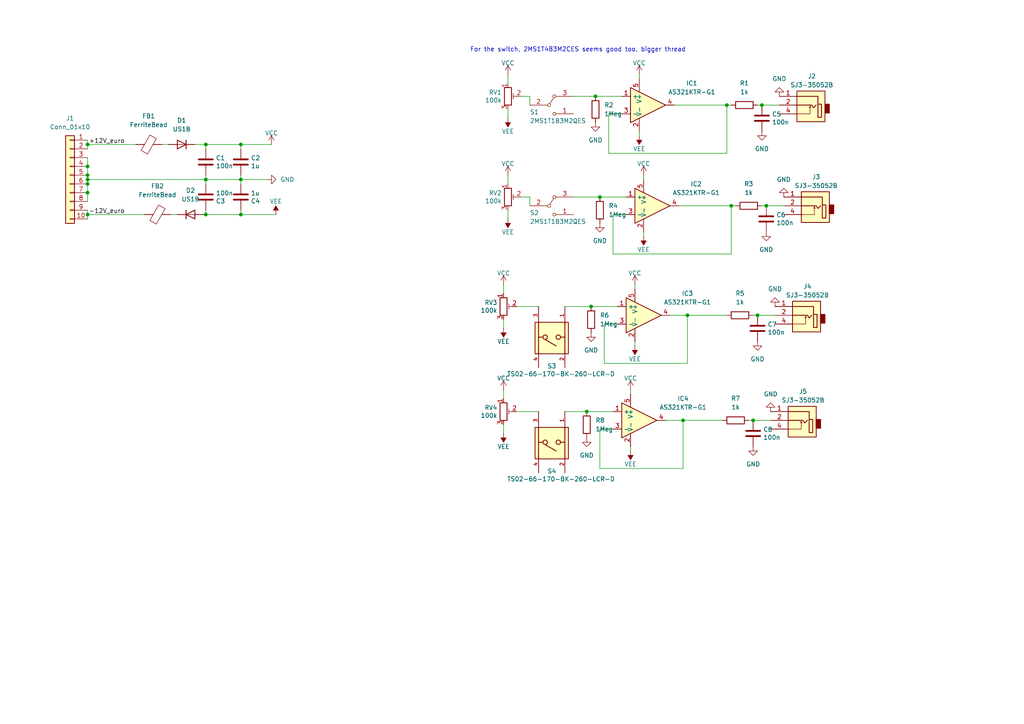
<source format=kicad_sch>
(kicad_sch (version 20231120) (generator "eeschema") (generator_version "8.0")
  (paper "A4")
  (title_block (title "lx-sw-btn") (date "2025-01-02") (rev "v0.1") (company "Lucas Bonvin"))
  (lib_symbols
    (symbol "2MS1T1B3M2QES:2MS1T1B3M2QES"
      (property "Reference" "S" (at -0.508 7.874 0))
      (property "Value" "2MS1T1B3M2QES" (at -0.254 6.096 0))
      (symbol "2MS1T1B3M2QES_1_1"
        (polyline (pts (xy 5.842 0.508) (xy 6.858 2.032)))
        (circle (center 5.588 0) (radius 0.4399) (fill (type background)))
        (circle (center 7.112 -2.54) (radius 0.4399) (fill (type background)))
        (circle (center 7.112 2.54) (radius 0.4399) (fill (type background)))
        (pin passive line (at 12.7 -2.54 180) (length 5.08) (name "") (number "1"))
        (pin passive line (at 0 0 0) (length 5.08) (name "") (number "2"))
        (pin passive line (at 12.7 2.54 180) (length 5.08) (name "") (number "3"))
      )
    )
    (symbol "AS321KTR-G1:AS321KTR-G1"
      (property "Reference" "IC" (at 5.08 6.604 0))
      (property "Value" "AS321KTR-G1" (at 5.08 4.064 0))
      (symbol "AS321KTR-G1_0_1"
        (polyline (pts (xy 7.62 0) (xy -2.54 5.08) (xy -2.54 -5.08) (xy 7.62 0)) (stroke (width 0.254)) (fill (type background)))
      )
      (symbol "AS321KTR-G1_1_1"
        (pin input line (at -5.08 2.54 0) (length 2.54) (name "+") (number "1"))
        (pin power_in line (at 0 -7.62 90) (length 3.81) (name "V-") (number "2"))
        (pin input line (at -5.08 -2.54 0) (length 2.54) (name "-") (number "3"))
        (pin output line (at 10.16 0 180) (length 2.54) (name "~") (number "4"))
        (pin power_in line (at 0 7.62 270) (length 3.81) (name "V+") (number "5"))
      )
    )
    (symbol "Connector_Generic:Conn_01x10" (pin_names (offset 1.016) hide)
      (property "Reference" "J" (at 0 12.7 0))
      (property "Value" "Conn_01x10" (at 0 -15.24 0))
      (symbol "Conn_01x10_1_1"
        (rectangle (start -1.27 -12.573) (end 0 -12.827) (stroke (width 0.1524)))
        (rectangle (start -1.27 -10.033) (end 0 -10.287) (stroke (width 0.1524)))
        (rectangle (start -1.27 -7.493) (end 0 -7.747) (stroke (width 0.1524)))
        (rectangle (start -1.27 -4.953) (end 0 -5.207) (stroke (width 0.1524)))
        (rectangle (start -1.27 -2.413) (end 0 -2.667) (stroke (width 0.1524)))
        (rectangle (start -1.27 0.127) (end 0 -0.127) (stroke (width 0.1524)))
        (rectangle (start -1.27 2.667) (end 0 2.413) (stroke (width 0.1524)))
        (rectangle (start -1.27 5.207) (end 0 4.953) (stroke (width 0.1524)))
        (rectangle (start -1.27 7.747) (end 0 7.493) (stroke (width 0.1524)))
        (rectangle (start -1.27 10.287) (end 0 10.033) (stroke (width 0.1524)))
        (rectangle (start -1.27 11.43) (end 1.27 -13.97) (stroke (width 0.254)) (fill (type background)))
        (pin passive line (at -5.08 10.16 0) (length 3.81) (name "Pin_1") (number "1"))
        (pin passive line (at -5.08 -12.7 0) (length 3.81) (name "Pin_10") (number "10"))
        (pin passive line (at -5.08 7.62 0) (length 3.81) (name "Pin_2") (number "2"))
        (pin passive line (at -5.08 5.08 0) (length 3.81) (name "Pin_3") (number "3"))
        (pin passive line (at -5.08 2.54 0) (length 3.81) (name "Pin_4") (number "4"))
        (pin passive line (at -5.08 0 0) (length 3.81) (name "Pin_5") (number "5"))
        (pin passive line (at -5.08 -2.54 0) (length 3.81) (name "Pin_6") (number "6"))
        (pin passive line (at -5.08 -5.08 0) (length 3.81) (name "Pin_7") (number "7"))
        (pin passive line (at -5.08 -7.62 0) (length 3.81) (name "Pin_8") (number "8"))
        (pin passive line (at -5.08 -10.16 0) (length 3.81) (name "Pin_9") (number "9"))
      )
    )
    (symbol "Device:C" (pin_numbers hide) (pin_names (offset 0.254))
      (property "Reference" "C" (at 0.635 2.54 0))
      (property "Value" "C" (at 0.635 -2.54 0))
      (symbol "C_0_1"
        (polyline (pts (xy -2.032 -0.762) (xy 2.032 -0.762)) (stroke (width 0.508)))
        (polyline (pts (xy -2.032 0.762) (xy 2.032 0.762)) (stroke (width 0.508)))
      )
      (symbol "C_1_1"
        (pin passive line (at 0 3.81 270) (length 2.794) (name "~") (number "1"))
        (pin passive line (at 0 -3.81 90) (length 2.794) (name "~") (number "2"))
      )
    )
    (symbol "Device:FerriteBead" (pin_numbers hide) (pin_names (offset 0))
      (property "Reference" "FB" (at -3.81 0.635 90))
      (property "Value" "FerriteBead" (at 3.81 0 90))
      (symbol "FerriteBead_0_1"
        (polyline (pts (xy 0 -1.27) (xy 0 -1.2192)))
        (polyline (pts (xy 0 1.27) (xy 0 1.2954)))
        (polyline (pts (xy -2.7686 0.4064) (xy -1.7018 2.2606) (xy 2.7686 -0.3048) (xy 1.6764 -2.159) (xy -2.7686 0.4064)))
      )
      (symbol "FerriteBead_1_1"
        (pin passive line (at 0 3.81 270) (length 2.54) (name "~") (number "1"))
        (pin passive line (at 0 -3.81 90) (length 2.54) (name "~") (number "2"))
      )
    )
    (symbol "Device:R" (pin_numbers hide) (pin_names (offset 0))
      (property "Reference" "R" (at 2.032 0 90))
      (property "Value" "R" (at 0 0 90))
      (symbol "R_0_1"
        (rectangle (start -1.016 -2.54) (end 1.016 2.54) (stroke (width 0.254)))
      )
      (symbol "R_1_1"
        (pin passive line (at 0 3.81 270) (length 1.27) (name "~") (number "1"))
        (pin passive line (at 0 -3.81 90) (length 1.27) (name "~") (number "2"))
      )
    )
    (symbol "Device:R_POT_TRIM" (pin_names (offset 1.016) hide)
      (property "Reference" "RV" (at -4.445 0 90))
      (property "Value" "R_POT_TRIM" (at -2.54 0 90))
      (symbol "R_POT_TRIM_0_1"
        (polyline (pts (xy 1.524 0.762) (xy 1.524 -0.762)))
        (polyline (pts (xy 2.54 0) (xy 1.524 0)))
        (rectangle (start 1.016 2.54) (end -1.016 -2.54) (stroke (width 0.254)))
      )
      (symbol "R_POT_TRIM_1_1"
        (pin passive line (at 0 3.81 270) (length 1.27) (name "1") (number "1"))
        (pin passive line (at 3.81 0 180) (length 1.27) (name "2") (number "2"))
        (pin passive line (at 0 -3.81 90) (length 1.27) (name "3") (number "3"))
      )
    )
    (symbol "Diode:US1B" (pin_numbers hide) (pin_names (offset 1.016) hide)
      (property "Reference" "D" (at 0 2.54 0))
      (property "Value" "US1B" (at 0 -2.54 0))
      (symbol "US1B_0_1"
        (polyline (pts (xy -1.27 1.27) (xy -1.27 -1.27)) (stroke (width 0.254)))
        (polyline (pts (xy 1.27 0) (xy -1.27 0)))
        (polyline (pts (xy 1.27 1.27) (xy 1.27 -1.27) (xy -1.27 0) (xy 1.27 1.27)) (stroke (width 0.254)))
      )
      (symbol "US1B_1_1"
        (pin passive line (at -3.81 0 0) (length 2.54) (name "K") (number "1"))
        (pin passive line (at 3.81 0 180) (length 2.54) (name "A") (number "2"))
      )
    )
    (symbol "SJ3-35052B:SJ3-35052B"
      (property "Reference" "J" (at -6.096 3.048 0))
      (property "Value" "SJ3-35052B" (at -6.096 0.508 0))
      (symbol "SJ3-35052B_0_1"
        (rectangle (start -4.318 -6.096) (end -5.588 -8.636) (stroke (width 0.254)) (fill (type outline)))
        (rectangle (start -4.318 -2.286) (end 3.81 -11.176) (stroke (width 0.254)) (fill (type background)))
        (polyline (pts (xy 0 -6.604) (xy 0.254 -7.112)))
        (polyline (pts (xy -1.778 -6.35) (xy -1.016 -7.112) (xy -0.508 -6.35) (xy 3.81 -6.35)) (stroke (width 0.254)))
        (polyline (pts (xy 4.064 -8.89) (xy 0 -8.89) (xy 0 -6.604) (xy -0.254 -7.112)))
        (polyline (pts (xy 3.81 -3.81) (xy -2.286 -3.81) (xy -2.286 -6.096) (xy -3.302 -6.096) (xy -3.302 -9.906) (xy -2.286 -9.906) (xy -2.286 -6.096)) (stroke (width 0.254)))
      )
      (symbol "SJ3-35052B_1_1"
        (pin passive line (at 8.89 -3.81 180) (length 5.08) (name "") (number "1"))
        (pin passive line (at 8.89 -6.35 180) (length 5.08) (name "") (number "2"))
        (pin passive line (at 8.89 -8.89 180) (length 5.08) (name "") (number "4"))
      )
    )
    (symbol "TS02-66-170-BK-260-LCR-D:TS02-66-170-BK-260-LCR-D" (pin_names (offset 1.016))
      (property "Reference" "S" (at -7.62 8.382 0))
      (property "Value" "TS02-66-170-BK-260-LCR-D" (at -15.24 -5.842 0))
      (symbol "TS02-66-170-BK-260-LCR-D_0_0"
        (rectangle (start -4.318 4.826) (end 4.826 -4.826) (stroke (width 0.254)) (fill (type background)))
        (circle (center 0 -1.905) (radius 0.635) (stroke (width 0.254)))
        (polyline (pts (xy 0 -3.81) (xy -4.318 -3.81)) (stroke (width 0.254)))
        (polyline (pts (xy 0 -3.81) (xy 4.826 -3.81)) (stroke (width 0.254)))
        (polyline (pts (xy 0 -2.54) (xy 0 -3.81)) (stroke (width 0.254)))
        (polyline (pts (xy 0 3.81) (xy -4.318 3.81)) (stroke (width 0.254)))
        (polyline (pts (xy 0 3.81) (xy 0 2.54)) (stroke (width 0.254)))
        (polyline (pts (xy 0 3.81) (xy 4.826 3.81)) (stroke (width 0.254)))
        (polyline (pts (xy 0.762 -1.778) (xy 2.54 1.27)) (stroke (width 0.254)))
        (circle (center 0 1.905) (radius 0.635) (stroke (width 0.254)))
        (pin passive line (at -8.89 3.81 0) (length 5.08) (name "~") (number "1"))
        (pin passive line (at 8.89 3.81 180) (length 5.08) (name "~") (number "2"))
        (pin passive line (at -8.89 -3.81 0) (length 5.08) (name "~") (number "3"))
        (pin passive line (at 8.89 -3.81 180) (length 5.08) (name "~") (number "4"))
      )
    )
    (symbol "power:GNDS" (power) (pin_names (offset 0))
      (property "Value" "GNDS" (at 0 -3.81 0))
      (symbol "GNDS_0_1"
        (polyline (pts (xy 0 0) (xy 0 -1.27) (xy 1.27 -1.27) (xy 0 -2.54) (xy -1.27 -1.27) (xy 0 -1.27)))
      )
      (symbol "GNDS_1_1"
        (pin power_in line (at 0 0 270) (length 0) hide (name "GNDS") (number "1"))
      )
    )
    (symbol "power:VCC" (power) (pin_numbers hide) (pin_names (offset 0) hide)
      (property "Value" "VCC" (at 0 3.556 0))
      (symbol "VCC_0_1"
        (polyline (pts (xy -0.762 1.27) (xy 0 2.54)))
        (polyline (pts (xy 0 0) (xy 0 2.54)))
        (polyline (pts (xy 0 2.54) (xy 0.762 1.27)))
      )
      (symbol "VCC_1_1"
        (pin power_in line (at 0 0 90) (length 0) (name "~") (number "1"))
      )
    )
    (symbol "power:VEE" (power) (pin_numbers hide) (pin_names (offset 0) hide)
      (property "Value" "VEE" (at 0 3.556 0))
      (symbol "VEE_0_1"
        (polyline (pts (xy 0 0) (xy 0 2.54)))
        (polyline (pts (xy 0.762 1.27) (xy -0.762 1.27) (xy 0 2.54) (xy 0.762 1.27)) (fill (type outline)))
      )
      (symbol "VEE_1_1"
        (pin power_in line (at 0 0 90) (length 0) (name "~") (number "1"))
      )
    )
  )
  (junction (at 25.4 62.23))
  (junction (at 25.4 55.88))
  (junction (at 25.4 41.91))
  (junction (at 170.18 119.38))
  (junction (at 171.45 88.9))
  (junction (at 25.4 50.8))
  (junction (at 25.4 48.26))
  (junction (at 219.71 91.44))
  (junction (at 212.09 59.69))
  (junction (at 220.98 30.48))
  (junction (at 59.69 62.23))
  (junction (at 25.4 52.07))
  (junction (at 198.12 121.92))
  (junction (at 222.25 59.69))
  (junction (at 173.99 57.15))
  (junction (at 25.4 53.34))
  (junction (at 69.85 41.91))
  (junction (at 59.69 41.91))
  (junction (at 59.69 52.07))
  (junction (at 172.72 27.94))
  (junction (at 218.44 121.92))
  (junction (at 210.82 30.48))
  (junction (at 69.85 62.23))
  (junction (at 199.39 91.44))
  (junction (at 69.85 52.07))
  (wire (pts (xy 49.53 62.23) (xy 51.435 62.23)))
  (wire (pts (xy 147.32 60.96) (xy 147.32 63.5)))
  (wire (pts (xy 59.69 60.96) (xy 59.69 62.23)))
  (wire (pts (xy 59.69 53.34) (xy 59.69 52.07)))
  (wire (pts (xy 209.55 121.92) (xy 198.12 121.92)))
  (wire (pts (xy 175.26 93.98) (xy 175.26 105.41)))
  (wire (pts (xy 46.99 41.91) (xy 48.895 41.91)))
  (wire (pts (xy 25.4 52.07) (xy 25.4 50.8)))
  (wire (pts (xy 181.61 57.15) (xy 173.99 57.15)))
  (wire (pts (xy 147.32 21.59) (xy 147.32 24.13)))
  (wire (pts (xy 59.69 41.91) (xy 69.85 41.91)))
  (wire (pts (xy 222.25 59.69) (xy 227.33 59.69)))
  (wire (pts (xy 69.85 62.23) (xy 80.01 62.23)))
  (wire (pts (xy 149.86 88.9) (xy 156.21 88.9)))
  (wire (pts (xy 59.69 52.07) (xy 69.85 52.07)))
  (wire (pts (xy 186.69 68.58) (xy 186.69 67.31)))
  (wire (pts (xy 177.8 62.23) (xy 181.61 62.23)))
  (wire (pts (xy 199.39 91.44) (xy 194.31 91.44)))
  (wire (pts (xy 220.98 59.69) (xy 222.25 59.69)))
  (wire (pts (xy 151.13 27.94) (xy 153.67 27.94)))
  (wire (pts (xy 186.69 50.8) (xy 186.69 52.07)))
  (wire (pts (xy 146.05 82.55) (xy 146.05 85.09)))
  (wire (pts (xy 218.44 91.44) (xy 219.71 91.44)))
  (wire (pts (xy 69.85 52.07) (xy 77.47 52.07)))
  (wire (pts (xy 163.83 88.9) (xy 171.45 88.9)))
  (wire (pts (xy 25.4 41.91) (xy 39.37 41.91)))
  (wire (pts (xy 212.09 59.69) (xy 196.85 59.69)))
  (wire (pts (xy 25.4 62.23) (xy 41.91 62.23)))
  (wire (pts (xy 153.67 27.94) (xy 153.67 30.48)))
  (wire (pts (xy 146.05 113.03) (xy 146.05 115.57)))
  (wire (pts (xy 173.99 135.89) (xy 198.12 135.89)))
  (wire (pts (xy 151.13 57.15) (xy 153.67 57.15)))
  (wire (pts (xy 59.055 62.23) (xy 59.69 62.23)))
  (wire (pts (xy 173.99 124.46) (xy 177.8 124.46)))
  (wire (pts (xy 210.82 44.45) (xy 210.82 30.48)))
  (wire (pts (xy 210.82 91.44) (xy 199.39 91.44)))
  (wire (pts (xy 212.09 73.66) (xy 212.09 59.69)))
  (wire (pts (xy 213.36 59.69) (xy 212.09 59.69)))
  (wire (pts (xy 69.85 52.07) (xy 69.85 50.8)))
  (wire (pts (xy 176.53 44.45) (xy 210.82 44.45)))
  (wire (pts (xy 25.4 41.91) (xy 25.4 40.64)))
  (wire (pts (xy 176.53 33.02) (xy 176.53 44.45)))
  (wire (pts (xy 182.88 113.03) (xy 182.88 114.3)))
  (wire (pts (xy 25.4 52.07) (xy 59.69 52.07)))
  (wire (pts (xy 198.12 135.89) (xy 198.12 121.92)))
  (wire (pts (xy 25.4 62.23) (xy 25.4 60.96)))
  (wire (pts (xy 25.4 43.18) (xy 25.4 41.91)))
  (wire (pts (xy 184.15 100.33) (xy 184.15 99.06)))
  (wire (pts (xy 25.4 63.5) (xy 25.4 62.23)))
  (wire (pts (xy 25.4 50.8) (xy 25.4 48.26)))
  (wire (pts (xy 212.09 30.48) (xy 210.82 30.48)))
  (wire (pts (xy 56.515 41.91) (xy 59.69 41.91)))
  (wire (pts (xy 176.53 33.02) (xy 180.34 33.02)))
  (wire (pts (xy 220.98 30.48) (xy 226.06 30.48)))
  (wire (pts (xy 147.32 50.8) (xy 147.32 53.34)))
  (wire (pts (xy 180.34 27.94) (xy 172.72 27.94)))
  (wire (pts (xy 25.4 53.34) (xy 25.4 52.07)))
  (wire (pts (xy 219.71 91.44) (xy 224.79 91.44)))
  (wire (pts (xy 185.42 21.59) (xy 185.42 22.86)))
  (wire (pts (xy 25.4 48.26) (xy 25.4 45.72)))
  (wire (pts (xy 59.69 62.23) (xy 69.85 62.23)))
  (wire (pts (xy 199.39 105.41) (xy 199.39 91.44)))
  (wire (pts (xy 184.15 82.55) (xy 184.15 83.82)))
  (wire (pts (xy 69.85 41.91) (xy 78.74 41.91)))
  (wire (pts (xy 153.67 57.15) (xy 153.67 59.69)))
  (wire (pts (xy 146.05 123.19) (xy 146.05 125.73)))
  (wire (pts (xy 69.85 43.18) (xy 69.85 41.91)))
  (wire (pts (xy 185.42 39.37) (xy 185.42 38.1)))
  (wire (pts (xy 59.69 43.18) (xy 59.69 41.91)))
  (wire (pts (xy 177.8 119.38) (xy 170.18 119.38)))
  (wire (pts (xy 166.37 57.15) (xy 173.99 57.15)))
  (wire (pts (xy 59.69 52.07) (xy 59.69 50.8)))
  (wire (pts (xy 217.17 121.92) (xy 218.44 121.92)))
  (wire (pts (xy 175.26 93.98) (xy 179.07 93.98)))
  (wire (pts (xy 146.05 92.71) (xy 146.05 95.25)))
  (wire (pts (xy 177.8 62.23) (xy 177.8 73.66)))
  (wire (pts (xy 149.86 119.38) (xy 156.21 119.38)))
  (wire (pts (xy 182.88 130.81) (xy 182.88 129.54)))
  (wire (pts (xy 69.85 60.96) (xy 69.85 62.23)))
  (wire (pts (xy 25.4 58.42) (xy 25.4 55.88)))
  (wire (pts (xy 166.37 27.94) (xy 172.72 27.94)))
  (wire (pts (xy 218.44 121.92) (xy 223.52 121.92)))
  (wire (pts (xy 147.32 31.75) (xy 147.32 34.29)))
  (wire (pts (xy 25.4 55.88) (xy 25.4 53.34)))
  (wire (pts (xy 177.8 73.66) (xy 212.09 73.66)))
  (wire (pts (xy 175.26 105.41) (xy 199.39 105.41)))
  (wire (pts (xy 163.83 119.38) (xy 170.18 119.38)))
  (wire (pts (xy 198.12 121.92) (xy 193.04 121.92)))
  (wire (pts (xy 173.99 124.46) (xy 173.99 135.89)))
  (wire (pts (xy 179.07 88.9) (xy 171.45 88.9)))
  (wire (pts (xy 210.82 30.48) (xy 195.58 30.48)))
  (wire (pts (xy 69.85 53.34) (xy 69.85 52.07)))
  (wire (pts (xy 219.71 30.48) (xy 220.98 30.48)))
  (text "For the switch, 2MS1T4B3M2CES seems good too, bigger thread\n" (at 167.64 14.478 0) (effects (font (size 1.27 1.27))))
  (label "-12V_euro" (at 36.195 62.23 180))
  (label "+12V_euro" (at 36.195 41.91 180))
  (symbol (lib_id "power:GNDS") (at 170.18 127 0) (mirror y) (unit 1)
    (property "Reference" "#PWR026" (effects (hide yes)))
    (property "Value" "GND" (at 170.18 132.08 0))
  )
  (symbol (lib_id "power:VEE") (at 146.05 125.73 180) (unit 1)
    (property "Reference" "#PWR025" (effects (hide yes)))
    (property "Value" "VEE" (at 146.05 129.54 0))
    (property "Description" "Power symbol creates a global label with name \"VEE\"" (effects (hide yes)))
  )
  (symbol (lib_id "power:VCC") (at 146.05 113.03 0) (unit 1)
    (property "Reference" "#PWR022" (effects (hide yes)))
    (property "Value" "VCC" (at 146.05 109.728 0))
    (property "Description" "Power symbol creates a global label with name \"VCC\"" (effects (hide yes)))
  )
  (symbol (lib_id "power:VCC") (at 147.32 50.8 0) (unit 1)
    (property "Reference" "#PWR010" (effects (hide yes)))
    (property "Value" "VCC" (at 147.32 47.498 0))
    (property "Description" "Power symbol creates a global label with name \"VCC\"" (effects (hide yes)))
  )
  (symbol (lib_id "Device:R") (at 173.99 60.96 180) (unit 1)
    (property "Reference" "R4" (at 176.53 59.6899 0) (effects (justify right)))
    (property "Value" "1Meg" (at 176.53 62.2299 0) (effects (justify right)))
    (property "Footprint" "Resistor_SMD:R_0805_2012Metric" (effects (hide yes)))
    (property "Description" "Resistor" (effects (hide yes)))
    (property "Mouser Part Number" "72-TS53YL-100K" (effects (hide yes)))
  )
  (symbol (lib_id "Device:R_POT_TRIM") (at 147.32 27.94 0) (unit 1)
    (property "Reference" "RV1" (at 145.542 26.7906 0) (effects (justify right)))
    (property "Value" "100k" (at 145.542 29.089 0) (effects (justify right)))
    (property "Footprint" "Potentiometer_SMD:Potentiometer_Vishay_TS53YL_Vertical" (effects (hide yes)))
    (property "Mouser Part Number" "72-TS53YL-100K" (effects (hide yes)))
  )
  (symbol (lib_id "AS321KTR-G1:AS321KTR-G1") (at 184.15 91.44 0) (unit 1)
    (property "Reference" "IC3" (at 199.39 85.1214 0))
    (property "Value" "AS321KTR-G1" (at 199.39 87.6614 0))
    (property "Footprint" "SOT95P282X145-5N" (effects (hide yes)))
    (property "Datasheet" "https://www.diodes.com//assets/Datasheets/AS321.pdf" (effects (hide yes)))
    (property "Description" "DiodesZetex AS321KTR-G1 Low Power Op Amp, 3  36 V, 5-Pin SOT-23" (effects (hide yes)))
    (property "Height" "1.45" (effects (hide yes)))
    (property "Mouser Part Number" "621-AS321KTR-G1" (effects (hide yes)))
    (property "Mouser Price/Stock" "https://www.mouser.co.uk/ProductDetail/Diodes-Incorporated/AS321KTR-G1?qs=FKu9oBikfSmeSjG4DQJu3A%3D%3D" (effects (hide yes)))
    (property "Manufacturer_Name" "Diodes Incorporated" (effects (hide yes)))
    (property "Manufacturer_Part_Number" "AS321KTR-G1" (effects (hide yes)))
  )
  (symbol (lib_id "Device:C") (at 59.69 46.99 0) (unit 1)
    (property "Reference" "C1" (at 62.611 45.8216 0) (effects (justify left)))
    (property "Value" "100n" (at 62.611 48.133 0) (effects (justify left)))
    (property "Footprint" "Capacitor_SMD:C_0603_1608Metric" (effects (hide yes)))
    (property "LCSC" "C14663" (effects (hide yes)))
    (property "Mouser Part Number" "581-06031C104MAT2A" (effects (hide yes)))
  )
  (symbol (lib_id "Device:C") (at 69.85 46.99 0) (unit 1)
    (property "Reference" "C2" (at 72.771 45.8216 0) (effects (justify left)))
    (property "Value" "1u" (at 72.771 48.133 0) (effects (justify left)))
    (property "Footprint" "Capacitor_SMD:C_0603_1608Metric" (effects (hide yes)))
    (property "LCSC" "C14663" (effects (hide yes)))
    (property "Mouser Part Number" "187-CL10B105KO8NNWC" (effects (hide yes)))
  )
  (symbol (lib_id "Device:R") (at 170.18 123.19 180) (unit 1)
    (property "Reference" "R8" (at 172.72 121.9199 0) (effects (justify right)))
    (property "Value" "1Meg" (at 172.72 124.4599 0) (effects (justify right)))
    (property "Footprint" "Resistor_SMD:R_0805_2012Metric" (effects (hide yes)))
    (property "Description" "Resistor" (effects (hide yes)))
    (property "Mouser Part Number" "72-TS53YL-100K" (effects (hide yes)))
  )
  (symbol (lib_id "power:VCC") (at 78.74 41.91 0) (unit 1)
    (property "Reference" "#PWR01" (effects (hide yes)))
    (property "Value" "VCC" (at 78.74 38.608 0))
    (property "Description" "Power symbol creates a global label with name \"VCC\"" (effects (hide yes)))
  )
  (symbol (lib_id "Diode:US1B") (at 52.705 41.91 180) (unit 1)
    (property "Reference" "D1" (at 52.705 34.925 0))
    (property "Value" "US1B" (at 52.705 37.465 0))
    (property "Footprint" "Diode_SMD:D_SMA" (effects (hide yes)))
    (property "Datasheet" "https://www.diodes.com/assets/Datasheets/ds16008.pdf" (effects (hide yes)))
    (property "Mouser Part Number" "637-US1B" (effects (hide yes)))
  )
  (symbol (lib_id "AS321KTR-G1:AS321KTR-G1") (at 186.69 59.69 0) (unit 1)
    (property "Reference" "IC2" (at 201.93 53.3714 0))
    (property "Value" "AS321KTR-G1" (at 201.93 55.9114 0))
    (property "Footprint" "SOT95P282X145-5N" (effects (hide yes)))
    (property "Datasheet" "https://www.diodes.com//assets/Datasheets/AS321.pdf" (effects (hide yes)))
    (property "Description" "DiodesZetex AS321KTR-G1 Low Power Op Amp, 3  36 V, 5-Pin SOT-23" (effects (hide yes)))
    (property "Height" "1.45" (effects (hide yes)))
    (property "Mouser Part Number" "621-AS321KTR-G1" (effects (hide yes)))
    (property "Mouser Price/Stock" "https://www.mouser.co.uk/ProductDetail/Diodes-Incorporated/AS321KTR-G1?qs=FKu9oBikfSmeSjG4DQJu3A%3D%3D" (effects (hide yes)))
    (property "Manufacturer_Name" "Diodes Incorporated" (effects (hide yes)))
    (property "Manufacturer_Part_Number" "AS321KTR-G1" (effects (hide yes)))
  )
  (symbol (lib_id "power:VEE") (at 182.88 130.81 180) (unit 1)
    (property "Reference" "#PWR027" (effects (hide yes)))
    (property "Value" "VEE" (at 182.88 134.62 0))
    (property "Description" "Power symbol creates a global label with name \"VEE\"" (effects (hide yes)))
  )
  (symbol (lib_id "2MS1T1B3M2QES:2MS1T1B3M2QES") (at 153.67 30.48 0) (unit 1)
    (property "Reference" "S1" (at 153.67 32.512 0) (effects (justify left)))
    (property "Value" "2MS1T1B3M2QES" (at 153.67 35.052 0) (effects (justify left)))
    (property "Footprint" "2MS1T1B3M2QES" (effects (hide yes)))
    (property "Datasheet" "https://www.mouser.it/datasheet/2/979/Dailywell_01132020_2M_Series-1708785.pdf" (effects (hide yes)))
    (property "Description" "Toggle Switches SPDT ON-ON" (effects (hide yes)))
    (property "Height" "23.63" (effects (hide yes)))
    (property "Mouser Part Number" "118-2MS1T1B3M2QES or 118-2MS1T4B3M2CES" (effects (hide yes)))
    (property "Mouser Price/Stock" "https://www.mouser.co.uk/ProductDetail/Dailywell/2MS1T1B3M2QES?qs=B6kkDfuK7%2FC8dKx8sZvGxg%3D%3D" (effects (hide yes)))
    (property "Manufacturer_Name" "Dailywell" (effects (hide yes)))
    (property "Manufacturer_Part_Number" "2MS1T1B3M2QES" (effects (hide yes)))
  )
  (symbol (lib_id "power:VEE") (at 147.32 63.5 180) (unit 1)
    (property "Reference" "#PWR013" (effects (hide yes)))
    (property "Value" "VEE" (at 147.32 67.31 0))
    (property "Description" "Power symbol creates a global label with name \"VEE\"" (effects (hide yes)))
  )
  (symbol (lib_id "Device:R_POT_TRIM") (at 146.05 119.38 0) (unit 1)
    (property "Reference" "RV4" (at 144.272 118.2306 0) (effects (justify right)))
    (property "Value" "100k" (at 144.272 120.529 0) (effects (justify right)))
    (property "Footprint" "Potentiometer_SMD:Potentiometer_Vishay_TS53YL_Vertical" (effects (hide yes)))
    (property "Mouser Part Number" "72-TS53YL-100K" (effects (hide yes)))
  )
  (symbol (lib_id "Device:R") (at 213.36 121.92 90) (unit 1)
    (property "Reference" "R7" (at 213.36 115.57 90))
    (property "Value" "1k" (at 213.36 118.11 90))
    (property "Footprint" "Resistor_SMD:R_0805_2012Metric" (effects (hide yes)))
    (property "Description" "Resistor" (effects (hide yes)))
    (property "Mouser Part Number" "RT0805FRE071KL" (effects (hide yes)))
  )
  (symbol (lib_id "power:GNDS") (at 220.98 38.1 0) (mirror y) (unit 1)
    (property "Reference" "#PWR031" (effects (hide yes)))
    (property "Value" "GND" (at 220.98 43.18 0))
  )
  (symbol (lib_id "Device:R") (at 172.72 31.75 180) (unit 1)
    (property "Reference" "R2" (at 175.26 30.4799 0) (effects (justify right)))
    (property "Value" "1Meg" (at 175.26 33.0199 0) (effects (justify right)))
    (property "Footprint" "Resistor_SMD:R_0805_2012Metric" (effects (hide yes)))
    (property "Description" "Resistor" (effects (hide yes)))
    (property "Mouser Part Number" "72-TS53YL-100K" (effects (hide yes)))
  )
  (symbol (lib_id "power:GNDS") (at 222.25 67.31 0) (mirror y) (unit 1)
    (property "Reference" "#PWR030" (effects (hide yes)))
    (property "Value" "GND" (at 222.25 72.39 0))
  )
  (symbol (lib_id "SJ3-35052B:SJ3-35052B") (at 232.41 115.57 0) (mirror y) (unit 1)
    (property "Reference" "J5" (at 232.918 113.538 0))
    (property "Value" "SJ3-35052B" (at 232.918 116.078 0))
    (property "Footprint" "SJ335052B" (effects (hide yes)))
    (property "Datasheet" "https://www.cuidevices.com/product/resource/sj3-3505x.pdf" (effects (hide yes)))
    (property "Description" "3.5 mm Stereo Jack, Through Hole, 2 Conductors, 1 Internal Switches" (effects (hide yes)))
    (property "Height" "17.75" (effects (hide yes)))
    (property "Mouser Part Number" "179-SJ3-35052B" (effects (hide yes)))
    (property "Mouser Price/Stock" "https://www.mouser.co.uk/ProductDetail/CUI-Devices/SJ3-35052B?qs=IKkN%2F947nfDmh7CCP4LptQ%3D%3D" (effects (hide yes)))
    (property "Manufacturer_Name" "Same Sky" (effects (hide yes)))
    (property "Manufacturer_Part_Number" "SJ3-35052B" (effects (hide yes)))
  )
  (symbol (lib_id "power:GNDS") (at 224.79 88.9 0) (mirror x) (unit 1)
    (property "Reference" "#PWR018" (effects (hide yes)))
    (property "Value" "GND" (at 224.79 83.82 0))
  )
  (symbol (lib_id "power:GNDS") (at 173.99 64.77 0) (mirror y) (unit 1)
    (property "Reference" "#PWR014" (effects (hide yes)))
    (property "Value" "GND" (at 173.99 69.85 0))
  )
  (symbol (lib_id "Device:C") (at 69.85 57.15 0) (mirror x) (unit 1)
    (property "Reference" "C4" (at 72.771 58.3184 0) (effects (justify left)))
    (property "Value" "1u" (at 72.771 56.007 0) (effects (justify left)))
    (property "Footprint" "Capacitor_SMD:C_0603_1608Metric" (effects (hide yes)))
    (property "LCSC" "C14663" (effects (hide yes)))
    (property "Mouser Part Number" "187-CL10B105KO8NNWC" (effects (hide yes)))
  )
  (symbol (lib_id "Device:C") (at 59.69 57.15 0) (mirror x) (unit 1)
    (property "Reference" "C3" (at 62.611 58.3184 0) (effects (justify left)))
    (property "Value" "100n" (at 62.611 56.007 0) (effects (justify left)))
    (property "Footprint" "Capacitor_SMD:C_0603_1608Metric" (effects (hide yes)))
    (property "LCSC" "C14663" (effects (hide yes)))
    (property "Mouser Part Number" "581-06031C104MAT2A" (effects (hide yes)))
  )
  (symbol (lib_id "power:VEE") (at 186.69 68.58 180) (unit 1)
    (property "Reference" "#PWR015" (effects (hide yes)))
    (property "Value" "VEE" (at 186.69 72.39 0))
    (property "Description" "Power symbol creates a global label with name \"VEE\"" (effects (hide yes)))
  )
  (symbol (lib_id "Device:R") (at 171.45 92.71 180) (unit 1)
    (property "Reference" "R6" (at 173.99 91.4399 0) (effects (justify right)))
    (property "Value" "1Meg" (at 173.99 93.9799 0) (effects (justify right)))
    (property "Footprint" "Resistor_SMD:R_0805_2012Metric" (effects (hide yes)))
    (property "Description" "Resistor" (effects (hide yes)))
    (property "Mouser Part Number" "72-TS53YL-100K" (effects (hide yes)))
  )
  (symbol (lib_id "power:VCC") (at 146.05 82.55 0) (unit 1)
    (property "Reference" "#PWR016" (effects (hide yes)))
    (property "Value" "VCC" (at 146.05 79.248 0))
    (property "Description" "Power symbol creates a global label with name \"VCC\"" (effects (hide yes)))
  )
  (symbol (lib_id "SJ3-35052B:SJ3-35052B") (at 236.22 53.34 0) (mirror y) (unit 1)
    (property "Reference" "J3" (at 236.728 51.308 0))
    (property "Value" "SJ3-35052B" (at 236.728 53.848 0))
    (property "Footprint" "SJ335052B" (effects (hide yes)))
    (property "Datasheet" "https://www.cuidevices.com/product/resource/sj3-3505x.pdf" (effects (hide yes)))
    (property "Description" "3.5 mm Stereo Jack, Through Hole, 2 Conductors, 1 Internal Switches" (effects (hide yes)))
    (property "Height" "17.75" (effects (hide yes)))
    (property "Mouser Part Number" "179-SJ3-35052B" (effects (hide yes)))
    (property "Mouser Price/Stock" "https://www.mouser.co.uk/ProductDetail/CUI-Devices/SJ3-35052B?qs=IKkN%2F947nfDmh7CCP4LptQ%3D%3D" (effects (hide yes)))
    (property "Manufacturer_Name" "Same Sky" (effects (hide yes)))
    (property "Manufacturer_Part_Number" "SJ3-35052B" (effects (hide yes)))
  )
  (symbol (lib_id "power:VCC") (at 182.88 113.03 0) (unit 1)
    (property "Reference" "#PWR023" (effects (hide yes)))
    (property "Value" "VCC" (at 182.88 109.728 0))
    (property "Description" "Power symbol creates a global label with name \"VCC\"" (effects (hide yes)))
  )
  (symbol (lib_id "Device:C") (at 220.98 34.29 0) (unit 1)
    (property "Reference" "C5" (at 223.901 33.1216 0) (effects (justify left)))
    (property "Value" "100n" (at 223.901 35.433 0) (effects (justify left)))
    (property "Footprint" "Capacitor_SMD:C_0603_1608Metric" (effects (hide yes)))
    (property "LCSC" "C14663" (effects (hide yes)))
    (property "Mouser Part Number" "581-06031C104MAT2A" (effects (hide yes)))
  )
  (symbol (lib_id "Device:R") (at 217.17 59.69 90) (unit 1)
    (property "Reference" "R3" (at 217.17 53.34 90))
    (property "Value" "1k" (at 217.17 55.88 90))
    (property "Footprint" "Resistor_SMD:R_0805_2012Metric" (effects (hide yes)))
    (property "Description" "Resistor" (effects (hide yes)))
    (property "Mouser Part Number" "RT0805FRE071KL" (effects (hide yes)))
  )
  (symbol (lib_id "power:GNDS") (at 218.44 129.54 0) (mirror y) (unit 1)
    (property "Reference" "#PWR028" (effects (hide yes)))
    (property "Value" "GND" (at 218.44 134.62 0))
  )
  (symbol (lib_id "power:GNDS") (at 223.52 119.38 0) (mirror x) (unit 1)
    (property "Reference" "#PWR024" (effects (hide yes)))
    (property "Value" "GND" (at 223.52 114.3 0))
  )
  (symbol (lib_id "Device:R") (at 215.9 30.48 90) (unit 1)
    (property "Reference" "R1" (at 215.9 24.13 90))
    (property "Value" "1k" (at 215.9 26.67 90))
    (property "Footprint" "Resistor_SMD:R_0805_2012Metric" (effects (hide yes)))
    (property "Description" "Resistor" (effects (hide yes)))
    (property "Mouser Part Number" "RT0805FRE071KL" (effects (hide yes)))
  )
  (symbol (lib_id "power:VEE") (at 184.15 100.33 180) (unit 1)
    (property "Reference" "#PWR021" (effects (hide yes)))
    (property "Value" "VEE" (at 184.15 104.14 0))
    (property "Description" "Power symbol creates a global label with name \"VEE\"" (effects (hide yes)))
  )
  (symbol (lib_id "power:VCC") (at 185.42 21.59 0) (unit 1)
    (property "Reference" "#PWR05" (effects (hide yes)))
    (property "Value" "VCC" (at 185.42 18.288 0))
    (property "Description" "Power symbol creates a global label with name \"VCC\"" (effects (hide yes)))
  )
  (symbol (lib_id "power:GNDS") (at 172.72 35.56 0) (mirror y) (unit 1)
    (property "Reference" "#PWR08" (effects (hide yes)))
    (property "Value" "GND" (at 172.72 40.64 0))
  )
  (symbol (lib_id "Device:R_POT_TRIM") (at 146.05 88.9 0) (unit 1)
    (property "Reference" "RV3" (at 144.272 87.7506 0) (effects (justify right)))
    (property "Value" "100k" (at 144.272 90.049 0) (effects (justify right)))
    (property "Footprint" "Potentiometer_SMD:Potentiometer_Vishay_TS53YL_Vertical" (effects (hide yes)))
    (property "Mouser Part Number" "72-TS53YL-100K" (effects (hide yes)))
  )
  (symbol (lib_id "SJ3-35052B:SJ3-35052B") (at 233.68 85.09 0) (mirror y) (unit 1)
    (property "Reference" "J4" (at 234.188 83.058 0))
    (property "Value" "SJ3-35052B" (at 234.188 85.598 0))
    (property "Footprint" "SJ335052B" (effects (hide yes)))
    (property "Datasheet" "https://www.cuidevices.com/product/resource/sj3-3505x.pdf" (effects (hide yes)))
    (property "Description" "3.5 mm Stereo Jack, Through Hole, 2 Conductors, 1 Internal Switches" (effects (hide yes)))
    (property "Height" "17.75" (effects (hide yes)))
    (property "Mouser Part Number" "179-SJ3-35052B" (effects (hide yes)))
    (property "Mouser Price/Stock" "https://www.mouser.co.uk/ProductDetail/CUI-Devices/SJ3-35052B?qs=IKkN%2F947nfDmh7CCP4LptQ%3D%3D" (effects (hide yes)))
    (property "Manufacturer_Name" "Same Sky" (effects (hide yes)))
    (property "Manufacturer_Part_Number" "SJ3-35052B" (effects (hide yes)))
  )
  (symbol (lib_id "power:VCC") (at 186.69 50.8 0) (unit 1)
    (property "Reference" "#PWR011" (effects (hide yes)))
    (property "Value" "VCC" (at 186.69 47.498 0))
    (property "Description" "Power symbol creates a global label with name \"VCC\"" (effects (hide yes)))
  )
  (symbol (lib_id "power:GNDS") (at 219.71 99.06 0) (mirror y) (unit 1)
    (property "Reference" "#PWR029" (effects (hide yes)))
    (property "Value" "GND" (at 219.71 104.14 0))
  )
  (symbol (lib_id "power:GNDS") (at 226.06 27.94 0) (mirror x) (unit 1)
    (property "Reference" "#PWR06" (effects (hide yes)))
    (property "Value" "GND" (at 226.06 22.86 0))
  )
  (symbol (lib_id "power:GNDS") (at 171.45 96.52 0) (mirror y) (unit 1)
    (property "Reference" "#PWR020" (effects (hide yes)))
    (property "Value" "GND" (at 171.45 101.6 0))
  )
  (symbol (lib_id "power:GNDS") (at 227.33 57.15 0) (mirror x) (unit 1)
    (property "Reference" "#PWR012" (effects (hide yes)))
    (property "Value" "GND" (at 227.33 52.07 0))
  )
  (symbol (lib_id "AS321KTR-G1:AS321KTR-G1") (at 185.42 30.48 0) (unit 1)
    (property "Reference" "IC1" (at 200.66 24.1614 0))
    (property "Value" "AS321KTR-G1" (at 200.66 26.7014 0))
    (property "Footprint" "SOT95P282X145-5N" (effects (hide yes)))
    (property "Datasheet" "https://www.diodes.com//assets/Datasheets/AS321.pdf" (effects (hide yes)))
    (property "Description" "DiodesZetex AS321KTR-G1 Low Power Op Amp, 3  36 V, 5-Pin SOT-23" (effects (hide yes)))
    (property "Height" "1.45" (effects (hide yes)))
    (property "Mouser Part Number" "621-AS321KTR-G1" (effects (hide yes)))
    (property "Mouser Price/Stock" "https://www.mouser.co.uk/ProductDetail/Diodes-Incorporated/AS321KTR-G1?qs=FKu9oBikfSmeSjG4DQJu3A%3D%3D" (effects (hide yes)))
    (property "Manufacturer_Name" "Diodes Incorporated" (effects (hide yes)))
    (property "Manufacturer_Part_Number" "AS321KTR-G1" (effects (hide yes)))
  )
  (symbol (lib_id "Device:C") (at 222.25 63.5 0) (unit 1)
    (property "Reference" "C6" (at 225.171 62.3316 0) (effects (justify left)))
    (property "Value" "100n" (at 225.171 64.643 0) (effects (justify left)))
    (property "Footprint" "Capacitor_SMD:C_0603_1608Metric" (effects (hide yes)))
    (property "LCSC" "C14663" (effects (hide yes)))
    (property "Mouser Part Number" "581-06031C104MAT2A" (effects (hide yes)))
  )
  (symbol (lib_id "AS321KTR-G1:AS321KTR-G1") (at 182.88 121.92 0) (unit 1)
    (property "Reference" "IC4" (at 198.12 115.6014 0))
    (property "Value" "AS321KTR-G1" (at 198.12 118.1414 0))
    (property "Footprint" "SOT95P282X145-5N" (effects (hide yes)))
    (property "Datasheet" "https://www.diodes.com//assets/Datasheets/AS321.pdf" (effects (hide yes)))
    (property "Description" "DiodesZetex AS321KTR-G1 Low Power Op Amp, 3  36 V, 5-Pin SOT-23" (effects (hide yes)))
    (property "Height" "1.45" (effects (hide yes)))
    (property "Mouser Part Number" "621-AS321KTR-G1" (effects (hide yes)))
    (property "Mouser Price/Stock" "https://www.mouser.co.uk/ProductDetail/Diodes-Incorporated/AS321KTR-G1?qs=FKu9oBikfSmeSjG4DQJu3A%3D%3D" (effects (hide yes)))
    (property "Manufacturer_Name" "Diodes Incorporated" (effects (hide yes)))
    (property "Manufacturer_Part_Number" "AS321KTR-G1" (effects (hide yes)))
  )
  (symbol (lib_id "power:VCC") (at 184.15 82.55 0) (unit 1)
    (property "Reference" "#PWR017" (effects (hide yes)))
    (property "Value" "VCC" (at 184.15 79.248 0))
    (property "Description" "Power symbol creates a global label with name \"VCC\"" (effects (hide yes)))
  )
  (symbol (lib_id "2MS1T1B3M2QES:2MS1T1B3M2QES") (at 153.67 59.69 0) (unit 1)
    (property "Reference" "S2" (at 153.67 61.722 0) (effects (justify left)))
    (property "Value" "2MS1T1B3M2QES" (at 153.67 64.262 0) (effects (justify left)))
    (property "Footprint" "2MS1T1B3M2QES" (effects (hide yes)))
    (property "Datasheet" "https://www.mouser.it/datasheet/2/979/Dailywell_01132020_2M_Series-1708785.pdf" (effects (hide yes)))
    (property "Description" "Toggle Switches SPDT ON-ON" (effects (hide yes)))
    (property "Height" "23.63" (effects (hide yes)))
    (property "Mouser Part Number" "118-2MS1T1B3M2QES or 118-2MS1T4B3M2CES" (effects (hide yes)))
    (property "Mouser Price/Stock" "https://www.mouser.co.uk/ProductDetail/Dailywell/2MS1T1B3M2QES?qs=B6kkDfuK7%2FC8dKx8sZvGxg%3D%3D" (effects (hide yes)))
    (property "Manufacturer_Name" "Dailywell" (effects (hide yes)))
    (property "Manufacturer_Part_Number" "2MS1T1B3M2QES" (effects (hide yes)))
  )
  (symbol (lib_id "Device:C") (at 218.44 125.73 0) (unit 1)
    (property "Reference" "C8" (at 221.361 124.5616 0) (effects (justify left)))
    (property "Value" "100n" (at 221.361 126.873 0) (effects (justify left)))
    (property "Footprint" "Capacitor_SMD:C_0603_1608Metric" (effects (hide yes)))
    (property "LCSC" "C14663" (effects (hide yes)))
    (property "Mouser Part Number" "581-06031C104MAT2A" (effects (hide yes)))
  )
  (symbol (lib_id "power:VEE") (at 146.05 95.25 180) (unit 1)
    (property "Reference" "#PWR019" (effects (hide yes)))
    (property "Value" "VEE" (at 146.05 99.06 0))
    (property "Description" "Power symbol creates a global label with name \"VEE\"" (effects (hide yes)))
  )
  (symbol (lib_id "Diode:US1B") (at 55.245 62.23 0) (unit 1)
    (property "Reference" "D2" (at 55.245 55.245 0))
    (property "Value" "US1B" (at 55.245 57.785 0))
    (property "Footprint" "Diode_SMD:D_SMA" (effects (hide yes)))
    (property "Datasheet" "https://www.diodes.com/assets/Datasheets/ds16008.pdf" (effects (hide yes)))
    (property "Mouser Part Number" "637-US1B" (effects (hide yes)))
  )
  (symbol (lib_id "Device:R_POT_TRIM") (at 147.32 57.15 0) (unit 1)
    (property "Reference" "RV2" (at 145.542 56.0006 0) (effects (justify right)))
    (property "Value" "100k" (at 145.542 58.299 0) (effects (justify right)))
    (property "Footprint" "Potentiometer_SMD:Potentiometer_Vishay_TS53YL_Vertical" (effects (hide yes)))
    (property "Mouser Part Number" "72-TS53YL-100K" (effects (hide yes)))
  )
  (symbol (lib_id "power:VCC") (at 147.32 21.59 0) (unit 1)
    (property "Reference" "#PWR04" (effects (hide yes)))
    (property "Value" "VCC" (at 147.32 18.288 0))
    (property "Description" "Power symbol creates a global label with name \"VCC\"" (effects (hide yes)))
  )
  (symbol (lib_id "power:GNDS") (at 77.47 52.07 90) (mirror x) (unit 1)
    (property "Reference" "#PWR02" (effects (hide yes)))
    (property "Value" "GND" (at 81.28 52.0699 90) (effects (justify right)))
  )
  (symbol (lib_id "SJ3-35052B:SJ3-35052B") (at 234.95 24.13 0) (mirror y) (unit 1)
    (property "Reference" "J2" (at 235.458 22.098 0))
    (property "Value" "SJ3-35052B" (at 235.458 24.638 0))
    (property "Footprint" "SJ335052B" (effects (hide yes)))
    (property "Datasheet" "https://www.cuidevices.com/product/resource/sj3-3505x.pdf" (effects (hide yes)))
    (property "Description" "3.5 mm Stereo Jack, Through Hole, 2 Conductors, 1 Internal Switches" (effects (hide yes)))
    (property "Height" "17.75" (effects (hide yes)))
    (property "Mouser Part Number" "179-SJ3-35052B" (effects (hide yes)))
    (property "Mouser Price/Stock" "https://www.mouser.co.uk/ProductDetail/CUI-Devices/SJ3-35052B?qs=IKkN%2F947nfDmh7CCP4LptQ%3D%3D" (effects (hide yes)))
    (property "Manufacturer_Name" "Same Sky" (effects (hide yes)))
    (property "Manufacturer_Part_Number" "SJ3-35052B" (effects (hide yes)))
  )
  (symbol (lib_id "Device:R") (at 214.63 91.44 90) (unit 1)
    (property "Reference" "R5" (at 214.63 85.09 90))
    (property "Value" "1k" (at 214.63 87.63 90))
    (property "Footprint" "Resistor_SMD:R_0805_2012Metric" (effects (hide yes)))
    (property "Description" "Resistor" (effects (hide yes)))
    (property "Mouser Part Number" "RT0805FRE071KL" (effects (hide yes)))
  )
  (symbol (lib_id "power:VEE") (at 80.01 62.23 0) (unit 1)
    (property "Reference" "#PWR03" (effects (hide yes)))
    (property "Value" "VEE" (at 80.01 58.42 0))
    (property "Description" "Power symbol creates a global label with name \"VEE\"" (effects (hide yes)))
  )
  (symbol (lib_id "power:VEE") (at 185.42 39.37 180) (unit 1)
    (property "Reference" "#PWR09" (effects (hide yes)))
    (property "Value" "VEE" (at 185.42 43.18 0))
    (property "Description" "Power symbol creates a global label with name \"VEE\"" (effects (hide yes)))
  )
  (symbol (lib_id "Device:C") (at 219.71 95.25 0) (unit 1)
    (property "Reference" "C7" (at 222.631 94.0816 0) (effects (justify left)))
    (property "Value" "100n" (at 222.631 96.393 0) (effects (justify left)))
    (property "Footprint" "Capacitor_SMD:C_0603_1608Metric" (effects (hide yes)))
    (property "LCSC" "C14663" (effects (hide yes)))
    (property "Mouser Part Number" "581-06031C104MAT2A" (effects (hide yes)))
  )
  (symbol (lib_id "Device:FerriteBead") (at 43.18 41.91 90) (unit 1)
    (property "Reference" "FB1" (at 43.1292 33.655 90))
    (property "Value" "FerriteBead" (at 43.1292 36.195 90))
    (property "Footprint" "Inductor_SMD:L_0805_2012Metric" (effects (hide yes)))
    (property "Mouser Part Number" "710-742792031" (effects (hide yes)))
  )
  (symbol (lib_id "Device:FerriteBead") (at 45.72 62.23 90) (unit 1)
    (property "Reference" "FB2" (at 45.6692 53.975 90))
    (property "Value" "FerriteBead" (at 45.6692 56.515 90))
    (property "Footprint" "Inductor_SMD:L_0805_2012Metric" (effects (hide yes)))
    (property "Mouser Part Number" "710-742792031" (effects (hide yes)))
  )
  (symbol (lib_id "TS02-66-170-BK-260-LCR-D:TS02-66-170-BK-260-LCR-D") (at 160.02 97.79 270) (unit 1)
    (property "Reference" "S3" (at 158.75 106.172 90) (effects (justify left)))
    (property "Value" "TS02-66-170-BK-260-LCR-D" (at 147.066 108.458 90) (effects (justify left)))
    (property "Footprint" "SW_TS02-66-170-BK-260-LCR-D" (effects (hide yes)))
    (property "PARTREV" "1.0" (effects (hide yes)))
    (property "MANUFACTURER" "CUI Devices" (effects (hide yes)))
    (property "STANDARD" "Manufacturer Recommendations" (effects (hide yes)))
    (property "Mouser Part Number" "179-TS0266170BK260LC" (effects (hide yes)))
  )
  (symbol (lib_id "Connector_Generic:Conn_01x10") (at 20.32 50.8 0) (mirror y) (unit 1)
    (property "Reference" "J1" (at 20.32 34.29 0))
    (property "Value" "Conn_01x10" (at 20.32 36.83 0))
    (property "Footprint" "Connector_PinHeader_2.54mm:PinHeader_2x05_P2.54mm_Vertical_SMD" (effects (hide yes)))
    (property "Description" "Generic connector, single row, 01x10, script generated (kicad-library-utils/schlib/autogen/connector/)" (effects (hide yes)))
    (property "Mouser Part Number" "200-TSM10501LDVPTR" (effects (hide yes)))
  )
  (symbol (lib_id "power:VEE") (at 147.32 34.29 180) (unit 1)
    (property "Reference" "#PWR07" (effects (hide yes)))
    (property "Value" "VEE" (at 147.32 38.1 0))
    (property "Description" "Power symbol creates a global label with name \"VEE\"" (effects (hide yes)))
  )
  (symbol (lib_id "TS02-66-170-BK-260-LCR-D:TS02-66-170-BK-260-LCR-D") (at 160.02 128.27 270) (unit 1)
    (property "Reference" "S4" (at 158.75 136.652 90) (effects (justify left)))
    (property "Value" "TS02-66-170-BK-260-LCR-D" (at 147.066 138.938 90) (effects (justify left)))
    (property "Footprint" "SW_TS02-66-170-BK-260-LCR-D" (effects (hide yes)))
    (property "PARTREV" "1.0" (effects (hide yes)))
    (property "MANUFACTURER" "CUI Devices" (effects (hide yes)))
    (property "STANDARD" "Manufacturer Recommendations" (effects (hide yes)))
    (property "Mouser Part Number" "179-TS0266170BK260LC" (effects (hide yes)))
  )
)
</source>
